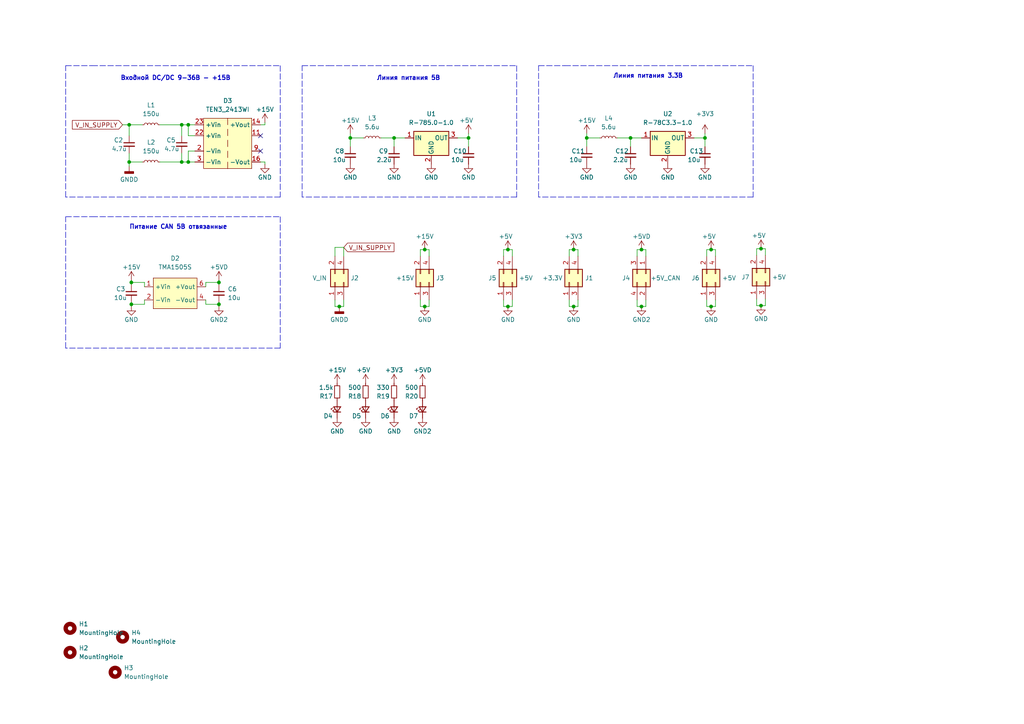
<source format=kicad_sch>
(kicad_sch (version 20211123) (generator eeschema)
  (paper "A4")
  (lib_symbols
    (symbol "Connector_Generic:Conn_02x02_Odd_Even" (pin_names (offset 1.016) hide)
      (property "Reference" "J" (at 1.27 2.54 0))
      (property "Value" "Conn_02x02_Odd_Even" (at 1.27 -5.08 0))
      (symbol "Conn_02x02_Odd_Even_1_1"
        (rectangle (start -1.27 -2.413) (end 0 -2.667) (stroke (width 0.1524)))
        (rectangle (start -1.27 0.127) (end 0 -0.127) (stroke (width 0.1524)))
        (rectangle (start -1.27 1.27) (end 3.81 -3.81) (stroke (width 0.254)) (fill (type background)))
        (rectangle (start 3.81 -2.413) (end 2.54 -2.667) (stroke (width 0.1524)))
        (rectangle (start 3.81 0.127) (end 2.54 -0.127) (stroke (width 0.1524)))
        (pin passive line (at -5.08 0 0) (length 3.81) (name "Pin_1") (number "1"))
        (pin passive line (at 7.62 0 180) (length 3.81) (name "Pin_2") (number "2"))
        (pin passive line (at -5.08 -2.54 0) (length 3.81) (name "Pin_3") (number "3"))
        (pin passive line (at 7.62 -2.54 180) (length 3.81) (name "Pin_4") (number "4"))
      )
    )
    (symbol "Device:C_Small" (pin_numbers hide) (pin_names (offset 0.254) hide)
      (property "Reference" "C" (at 0.254 1.778 0))
      (property "Value" "C_Small" (at 0.254 -2.032 0))
      (symbol "C_Small_0_1"
        (polyline (pts (xy -1.524 -0.508) (xy 1.524 -0.508)) (stroke (width 0.3302)))
        (polyline (pts (xy -1.524 0.508) (xy 1.524 0.508)) (stroke (width 0.3048)))
      )
      (symbol "C_Small_1_1"
        (pin passive line (at 0 2.54 270) (length 2.032) (name "~") (number "1"))
        (pin passive line (at 0 -2.54 90) (length 2.032) (name "~") (number "2"))
      )
    )
    (symbol "Device:LED_Small" (pin_numbers hide) (pin_names (offset 0.254) hide)
      (property "Reference" "D" (at -1.27 3.175 0))
      (property "Value" "LED_Small" (at -4.445 -2.54 0))
      (symbol "LED_Small_0_1"
        (polyline (pts (xy -0.762 -1.016) (xy -0.762 1.016)) (stroke (width 0.254)))
        (polyline (pts (xy 1.016 0) (xy -0.762 0)))
        (polyline (pts (xy 0.762 -1.016) (xy -0.762 0) (xy 0.762 1.016) (xy 0.762 -1.016)) (stroke (width 0.254)))
        (polyline (pts (xy 0 0.762) (xy -0.508 1.27) (xy -0.254 1.27) (xy -0.508 1.27) (xy -0.508 1.016)))
        (polyline (pts (xy 0.508 1.27) (xy 0 1.778) (xy 0.254 1.778) (xy 0 1.778) (xy 0 1.524)))
      )
      (symbol "LED_Small_1_1"
        (pin passive line (at -2.54 0 0) (length 1.778) (name "K") (number "1"))
        (pin passive line (at 2.54 0 180) (length 1.778) (name "A") (number "2"))
      )
    )
    (symbol "Device:L_Small" (pin_numbers hide) (pin_names (offset 0.254) hide)
      (property "Reference" "L" (at 0.762 1.016 0))
      (property "Value" "L_Small" (at 0.762 -1.016 0))
      (symbol "L_Small_0_1"
        (arc (start 0 -2.032) (mid 0.508 -1.524) (end 0 -1.016))
        (arc (start 0 -1.016) (mid 0.508 -0.508) (end 0 0))
        (arc (start 0 0) (mid 0.508 0.508) (end 0 1.016))
        (arc (start 0 1.016) (mid 0.508 1.524) (end 0 2.032))
      )
      (symbol "L_Small_1_1"
        (pin passive line (at 0 2.54 270) (length 0.508) (name "~") (number "1"))
        (pin passive line (at 0 -2.54 90) (length 0.508) (name "~") (number "2"))
      )
    )
    (symbol "Device:R_Small" (pin_numbers hide) (pin_names (offset 0.254) hide)
      (property "Reference" "R" (at 0.762 0.508 0))
      (property "Value" "R_Small" (at 0.762 -1.016 0))
      (symbol "R_Small_0_1"
        (rectangle (start -0.762 1.778) (end 0.762 -1.778) (stroke (width 0.2032)))
      )
      (symbol "R_Small_1_1"
        (pin passive line (at 0 2.54 270) (length 0.762) (name "~") (number "1"))
        (pin passive line (at 0 -2.54 90) (length 0.762) (name "~") (number "2"))
      )
    )
    (symbol "Mechanical:MountingHole" (pin_names (offset 1.016))
      (property "Reference" "H" (at 0 5.08 0))
      (property "Value" "MountingHole" (at 0 3.175 0))
      (symbol "MountingHole_0_1"
        (circle (center 0 0) (radius 1.27) (stroke (width 1.27)))
      )
    )
    (symbol "Regulator_Switching:R-785.0-1.0" (pin_names (offset 0.254))
      (property "Reference" "U" (at -3.81 3.175 0))
      (property "Value" "R-785.0-1.0" (at 0 3.175 0))
      (symbol "R-785.0-1.0_0_1"
        (rectangle (start -5.08 1.905) (end 5.08 -5.08) (stroke (width 0.254)) (fill (type background)))
      )
      (symbol "R-785.0-1.0_1_1"
        (pin power_in line (at -7.62 0 0) (length 2.54) (name "IN") (number "1"))
        (pin power_in line (at 0 -7.62 90) (length 2.54) (name "GND") (number "2"))
        (pin power_out line (at 7.62 0 180) (length 2.54) (name "OUT") (number "3"))
      )
    )
    (symbol "Regulator_Switching:R-78C3.3-1.0" (pin_names (offset 0.254))
      (property "Reference" "U" (at -3.81 3.175 0))
      (property "Value" "R-78C3.3-1.0" (at 0 3.175 0))
      (symbol "R-78C3.3-1.0_0_1"
        (rectangle (start -5.08 1.905) (end 5.08 -5.08) (stroke (width 0.254)) (fill (type background)))
      )
      (symbol "R-78C3.3-1.0_1_1"
        (pin power_in line (at -7.62 0 0) (length 2.54) (name "IN") (number "1"))
        (pin power_in line (at 0 -7.62 90) (length 2.54) (name "GND") (number "2"))
        (pin power_out line (at 7.62 0 180) (length 2.54) (name "OUT") (number "3"))
      )
    )
    (symbol "TRACO_My:TEN3_2413"
      (property "Reference" "D" (at 0 0 0))
      (property "Value" "TEN3_2413" (at 0 -1.905 0))
      (symbol "TEN3_2413_0_1"
        (rectangle (start -7.62 -3.81) (end 6.35 -18.415) (fill (type background)))
        (polyline (pts (xy -0.635 -16.51) (xy -0.635 -18.415)))
        (polyline (pts (xy -0.635 -13.335) (xy -0.635 -15.24)))
        (polyline (pts (xy -0.635 -10.16) (xy -0.635 -12.065)))
        (polyline (pts (xy -0.635 -6.985) (xy -0.635 -8.89)))
        (polyline (pts (xy -0.635 -3.81) (xy -0.635 -5.715)))
      )
      (symbol "TEN3_2413_1_1"
        (pin input line (at 8.89 -8.89 180) (length 2.54) (name "") (number "11"))
        (pin input line (at 8.89 -5.715 180) (length 2.54) (name "+Vout") (number "14"))
        (pin input line (at 8.89 -16.51 180) (length 2.54) (name "-Vout") (number "16"))
        (pin input line (at -10.16 -13.335 0) (length 2.54) (name "-Vin") (number "2"))
        (pin input line (at -10.16 -8.89 0) (length 2.54) (name "+Vin") (number "22"))
        (pin input line (at -10.16 -5.715 0) (length 2.54) (name "+Vin") (number "23"))
        (pin input line (at -10.16 -16.51 0) (length 2.54) (name "-Vin") (number "3"))
        (pin input line (at 8.89 -13.335 180) (length 2.54) (name "") (number "9"))
      )
    )
    (symbol "TRACO_My:TMA1505S"
      (property "Reference" "D" (at 0 0 0))
      (property "Value" "TMA1505S" (at 0 -2.54 0))
      (symbol "TMA1505S_0_1"
        (rectangle (start -6.35 -3.81) (end 6.35 -12.7) (fill (type background)))
      )
      (symbol "TMA1505S_1_1"
        (pin input line (at -8.89 -6.35 0) (length 2.54) (name "+Vin") (number "1"))
        (pin input line (at -8.89 -10.16 0) (length 2.54) (name "-Vin") (number "2"))
        (pin input line (at 8.89 -10.16 180) (length 2.54) (name "-Vout") (number "4"))
        (pin input line (at 8.89 -6.35 180) (length 2.54) (name "+Vout") (number "6"))
      )
    )
    (symbol "power:+15V" (power) (pin_names (offset 0))
      (property "Value" "+15V" (at 0 3.556 0))
      (symbol "+15V_0_1"
        (polyline (pts (xy -0.762 1.27) (xy 0 2.54)))
        (polyline (pts (xy 0 0) (xy 0 2.54)))
        (polyline (pts (xy 0 2.54) (xy 0.762 1.27)))
      )
      (symbol "+15V_1_1"
        (pin power_in line (at 0 0 90) (length 0) hide (name "+15V") (number "1"))
      )
    )
    (symbol "power:+3.3V" (power) (pin_names (offset 0))
      (property "Value" "+3.3V" (at 0 3.556 0))
      (symbol "+3.3V_0_1"
        (polyline (pts (xy -0.762 1.27) (xy 0 2.54)))
        (polyline (pts (xy 0 0) (xy 0 2.54)))
        (polyline (pts (xy 0 2.54) (xy 0.762 1.27)))
      )
      (symbol "+3.3V_1_1"
        (pin power_in line (at 0 0 90) (length 0) hide (name "+3V3") (number "1"))
      )
    )
    (symbol "power:+5V" (power) (pin_names (offset 0))
      (property "Value" "+5V" (at 0 3.556 0))
      (symbol "+5V_0_1"
        (polyline (pts (xy -0.762 1.27) (xy 0 2.54)))
        (polyline (pts (xy 0 0) (xy 0 2.54)))
        (polyline (pts (xy 0 2.54) (xy 0.762 1.27)))
      )
      (symbol "+5V_1_1"
        (pin power_in line (at 0 0 90) (length 0) hide (name "+5V") (number "1"))
      )
    )
    (symbol "power:+5VD" (power) (pin_names (offset 0))
      (property "Value" "+5VD" (at 0 3.556 0))
      (symbol "+5VD_0_1"
        (polyline (pts (xy -0.762 1.27) (xy 0 2.54)))
        (polyline (pts (xy 0 0) (xy 0 2.54)))
        (polyline (pts (xy 0 2.54) (xy 0.762 1.27)))
      )
      (symbol "+5VD_1_1"
        (pin power_in line (at 0 0 90) (length 0) hide (name "+5VD") (number "1"))
      )
    )
    (symbol "power:GND" (power) (pin_names (offset 0))
      (property "Value" "GND" (at 0 -3.81 0))
      (symbol "GND_0_1"
        (polyline (pts (xy 0 0) (xy 0 -1.27) (xy 1.27 -1.27) (xy 0 -2.54) (xy -1.27 -1.27) (xy 0 -1.27)))
      )
      (symbol "GND_1_1"
        (pin power_in line (at 0 0 270) (length 0) hide (name "GND") (number "1"))
      )
    )
    (symbol "power:GND2" (power) (pin_names (offset 0))
      (property "Value" "GND2" (at 0 -3.81 0))
      (symbol "GND2_0_1"
        (polyline (pts (xy 0 0) (xy 0 -1.27) (xy 1.27 -1.27) (xy 0 -2.54) (xy -1.27 -1.27) (xy 0 -1.27)))
      )
      (symbol "GND2_1_1"
        (pin power_in line (at 0 0 270) (length 0) hide (name "GND2") (number "1"))
      )
    )
    (symbol "power:GNDD" (power) (pin_names (offset 0))
      (property "Value" "GNDD" (at 0 -3.175 0))
      (symbol "GNDD_0_1"
        (rectangle (start -1.27 -1.524) (end 1.27 -2.032) (stroke (width 0.254)) (fill (type outline)))
        (polyline (pts (xy 0 0) (xy 0 -1.524)))
      )
      (symbol "GNDD_1_1"
        (pin power_in line (at 0 0 270) (length 0) hide (name "GNDD") (number "1"))
      )
    )
  )
  (junction (at 220.726 72.136))
  (junction (at 206.248 72.39))
  (junction (at 63.5 88.265))
  (junction (at 147.32 72.39))
  (junction (at 54.61 46.99))
  (junction (at 37.465 36.195))
  (junction (at 123.19 88.9))
  (junction (at 186.055 88.9))
  (junction (at 52.705 36.195))
  (junction (at 170.18 40.005))
  (junction (at 166.37 88.9))
  (junction (at 114.3 40.005))
  (junction (at 220.726 88.646))
  (junction (at 101.6 40.005))
  (junction (at 38.1 88.265))
  (junction (at 38.1 81.915))
  (junction (at 135.89 40.005))
  (junction (at 206.248 88.9))
  (junction (at 204.47 40.005))
  (junction (at 186.055 72.39))
  (junction (at 147.32 88.9))
  (junction (at 63.5 81.915))
  (junction (at 52.705 46.99))
  (junction (at 123.19 72.39))
  (junction (at 166.37 72.39))
  (junction (at 54.61 36.195))
  (junction (at 182.88 40.005))
  (junction (at 37.465 46.99))
  (junction (at 98.425 88.9))
  (no_connect (at 75.565 43.815))
  (no_connect (at 75.565 39.37))
  (wire (pts (xy 37.465 46.99) (xy 37.465 48.26)))
  (wire (pts (xy 37.465 44.45) (xy 37.465 46.99)))
  (wire (pts (xy 52.705 39.37) (xy 52.705 36.195)))
  (polyline (pts (xy 87.63 57.15) (xy 87.63 19.05)))
  (wire (pts (xy 166.37 72.39) (xy 167.64 72.39)))
  (wire (pts (xy 121.92 88.9) (xy 123.19 88.9)))
  (wire (pts (xy 219.456 72.136) (xy 220.726 72.136)))
  (wire (pts (xy 46.355 46.99) (xy 52.705 46.99)))
  (wire (pts (xy 221.996 72.136) (xy 220.726 72.136)))
  (wire (pts (xy 99.695 88.9) (xy 98.425 88.9)))
  (wire (pts (xy 187.325 74.295) (xy 187.325 72.39)))
  (polyline (pts (xy 19.05 62.865) (xy 26.67 62.865)))
  (wire (pts (xy 219.456 74.041) (xy 219.456 72.136)))
  (polyline (pts (xy 87.63 19.05) (xy 95.25 19.05)))
  (wire (pts (xy 204.978 74.295) (xy 204.978 72.39)))
  (wire (pts (xy 121.92 86.995) (xy 121.92 88.9)))
  (wire (pts (xy 37.465 36.195) (xy 37.465 39.37)))
  (wire (pts (xy 182.88 40.005) (xy 182.88 42.545)))
  (wire (pts (xy 221.996 86.741) (xy 221.996 88.646)))
  (wire (pts (xy 207.518 86.995) (xy 207.518 88.9)))
  (wire (pts (xy 204.47 40.005) (xy 204.47 42.545)))
  (wire (pts (xy 135.89 40.005) (xy 135.89 42.545)))
  (wire (pts (xy 184.785 74.295) (xy 184.785 72.39)))
  (wire (pts (xy 187.325 86.995) (xy 187.325 88.9)))
  (wire (pts (xy 132.715 40.005) (xy 135.89 40.005)))
  (wire (pts (xy 75.565 46.99) (xy 76.835 46.99)))
  (wire (pts (xy 59.69 81.915) (xy 59.69 83.185)))
  (wire (pts (xy 110.49 40.005) (xy 114.3 40.005)))
  (wire (pts (xy 97.155 74.295) (xy 97.155 71.755)))
  (wire (pts (xy 54.61 46.99) (xy 56.515 46.99)))
  (wire (pts (xy 76.835 36.195) (xy 76.835 35.56)))
  (wire (pts (xy 123.19 72.39) (xy 124.46 72.39)))
  (polyline (pts (xy 81.28 19.05) (xy 81.28 57.15)))
  (wire (pts (xy 186.055 40.005) (xy 182.88 40.005)))
  (wire (pts (xy 179.07 40.005) (xy 182.88 40.005)))
  (wire (pts (xy 146.05 74.295) (xy 146.05 72.39)))
  (wire (pts (xy 37.465 36.195) (xy 41.275 36.195)))
  (wire (pts (xy 37.465 46.99) (xy 41.275 46.99)))
  (wire (pts (xy 41.91 86.995) (xy 41.91 88.265)))
  (wire (pts (xy 99.695 86.995) (xy 99.695 88.9)))
  (wire (pts (xy 54.61 43.815) (xy 54.61 46.99)))
  (polyline (pts (xy 163.83 19.05) (xy 218.44 19.05)))
  (wire (pts (xy 121.92 74.295) (xy 121.92 72.39)))
  (wire (pts (xy 207.518 72.39) (xy 206.248 72.39)))
  (wire (pts (xy 148.59 72.39) (xy 147.32 72.39)))
  (wire (pts (xy 165.1 72.39) (xy 166.37 72.39)))
  (wire (pts (xy 97.155 88.9) (xy 98.425 88.9)))
  (wire (pts (xy 41.91 81.915) (xy 38.1 81.915)))
  (wire (pts (xy 97.155 86.995) (xy 97.155 88.9)))
  (wire (pts (xy 148.59 88.9) (xy 147.32 88.9)))
  (wire (pts (xy 207.518 74.295) (xy 207.518 72.39)))
  (wire (pts (xy 186.055 88.9) (xy 187.325 88.9)))
  (wire (pts (xy 38.1 87.63) (xy 38.1 88.265)))
  (polyline (pts (xy 81.28 100.965) (xy 19.05 100.965)))
  (wire (pts (xy 56.515 43.815) (xy 54.61 43.815)))
  (wire (pts (xy 146.05 72.39) (xy 147.32 72.39)))
  (wire (pts (xy 221.996 74.041) (xy 221.996 72.136)))
  (wire (pts (xy 52.705 36.195) (xy 54.61 36.195)))
  (wire (pts (xy 219.456 86.741) (xy 219.456 88.646)))
  (wire (pts (xy 105.41 40.005) (xy 101.6 40.005)))
  (wire (pts (xy 114.3 40.005) (xy 114.3 42.545)))
  (polyline (pts (xy 19.05 57.15) (xy 19.05 19.05)))
  (wire (pts (xy 63.5 87.63) (xy 63.5 88.265)))
  (wire (pts (xy 59.69 81.915) (xy 63.5 81.915)))
  (wire (pts (xy 101.6 38.735) (xy 101.6 40.005)))
  (wire (pts (xy 99.695 71.755) (xy 97.155 71.755)))
  (wire (pts (xy 63.5 88.265) (xy 63.5 88.9)))
  (wire (pts (xy 41.91 83.185) (xy 41.91 81.915)))
  (wire (pts (xy 52.705 44.45) (xy 52.705 46.99)))
  (polyline (pts (xy 26.67 19.05) (xy 81.28 19.05)))
  (wire (pts (xy 41.91 88.265) (xy 38.1 88.265)))
  (wire (pts (xy 170.18 40.005) (xy 170.18 42.545)))
  (wire (pts (xy 207.518 88.9) (xy 206.248 88.9)))
  (wire (pts (xy 170.18 38.735) (xy 170.18 40.005)))
  (wire (pts (xy 221.996 88.646) (xy 220.726 88.646)))
  (wire (pts (xy 204.978 86.995) (xy 204.978 88.9)))
  (wire (pts (xy 54.61 36.195) (xy 56.515 36.195)))
  (wire (pts (xy 146.05 86.995) (xy 146.05 88.9)))
  (wire (pts (xy 167.64 74.295) (xy 167.64 72.39)))
  (wire (pts (xy 165.1 74.295) (xy 165.1 72.39)))
  (polyline (pts (xy 19.05 19.05) (xy 26.67 19.05)))
  (wire (pts (xy 59.69 86.995) (xy 59.69 88.265)))
  (polyline (pts (xy 218.44 57.15) (xy 156.21 57.15)))
  (polyline (pts (xy 149.86 57.15) (xy 87.63 57.15)))
  (wire (pts (xy 173.99 40.005) (xy 170.18 40.005)))
  (wire (pts (xy 99.695 74.295) (xy 99.695 71.755)))
  (wire (pts (xy 204.978 72.39) (xy 206.248 72.39)))
  (polyline (pts (xy 218.44 19.05) (xy 218.44 57.15)))
  (wire (pts (xy 124.46 88.9) (xy 123.19 88.9)))
  (wire (pts (xy 38.1 81.28) (xy 38.1 81.915)))
  (wire (pts (xy 101.6 40.005) (xy 101.6 42.545)))
  (wire (pts (xy 121.92 72.39) (xy 123.19 72.39)))
  (wire (pts (xy 165.1 88.9) (xy 166.37 88.9)))
  (wire (pts (xy 52.705 46.99) (xy 54.61 46.99)))
  (polyline (pts (xy 156.21 19.05) (xy 163.83 19.05)))
  (wire (pts (xy 59.69 88.265) (xy 63.5 88.265)))
  (wire (pts (xy 148.59 86.995) (xy 148.59 88.9)))
  (wire (pts (xy 167.64 88.9) (xy 166.37 88.9)))
  (wire (pts (xy 135.89 38.735) (xy 135.89 40.005)))
  (wire (pts (xy 124.46 86.995) (xy 124.46 88.9)))
  (wire (pts (xy 35.56 36.195) (xy 37.465 36.195)))
  (wire (pts (xy 184.785 88.9) (xy 186.055 88.9)))
  (wire (pts (xy 54.61 39.37) (xy 54.61 36.195)))
  (wire (pts (xy 167.64 86.995) (xy 167.64 88.9)))
  (wire (pts (xy 219.456 88.646) (xy 220.726 88.646)))
  (polyline (pts (xy 81.28 62.865) (xy 81.28 100.965)))
  (wire (pts (xy 63.5 81.28) (xy 63.5 81.915)))
  (wire (pts (xy 184.785 86.995) (xy 184.785 88.9)))
  (wire (pts (xy 124.46 72.39) (xy 124.46 74.295)))
  (polyline (pts (xy 19.05 100.965) (xy 19.05 62.865)))
  (wire (pts (xy 46.355 36.195) (xy 52.705 36.195)))
  (wire (pts (xy 38.1 88.265) (xy 38.1 88.9)))
  (polyline (pts (xy 156.21 57.15) (xy 156.21 19.05)))
  (wire (pts (xy 117.475 40.005) (xy 114.3 40.005)))
  (wire (pts (xy 204.978 88.9) (xy 206.248 88.9)))
  (wire (pts (xy 201.295 40.005) (xy 204.47 40.005)))
  (wire (pts (xy 38.1 81.915) (xy 38.1 82.55)))
  (wire (pts (xy 76.835 46.99) (xy 76.835 47.625)))
  (wire (pts (xy 184.785 72.39) (xy 186.055 72.39)))
  (polyline (pts (xy 81.28 57.15) (xy 19.05 57.15)))
  (wire (pts (xy 146.05 88.9) (xy 147.32 88.9)))
  (polyline (pts (xy 95.25 19.05) (xy 149.86 19.05)))
  (wire (pts (xy 148.59 74.295) (xy 148.59 72.39)))
  (polyline (pts (xy 26.67 62.865) (xy 81.28 62.865)))
  (wire (pts (xy 56.515 39.37) (xy 54.61 39.37)))
  (wire (pts (xy 204.47 38.735) (xy 204.47 40.005)))
  (polyline (pts (xy 149.86 19.05) (xy 149.86 57.15)))
  (wire (pts (xy 165.1 86.995) (xy 165.1 88.9)))
  (wire (pts (xy 63.5 81.915) (xy 63.5 82.55)))
  (wire (pts (xy 75.565 36.195) (xy 76.835 36.195)))
  (wire (pts (xy 186.055 72.39) (xy 187.325 72.39)))
  (text "Питание CAN 5В отвязанные" (at 37.465 66.675 0) (effects (font (size 1.27 1.27) (thickness 0.254) bold) (justify left bottom)))
  (text "Входной DC/DC 9-36В - +15В" (at 34.925 23.495 0) (effects (font (size 1.27 1.27) (thickness 0.254) bold) (justify left bottom)))
  (text "Линия питания 3.3В\n" (at 177.8 22.86 0) (effects (font (size 1.27 1.27) (thickness 0.254) bold) (justify left bottom)))
  (text "Линия питания 5В" (at 109.22 23.495 0) (effects (font (size 1.27 1.27) (thickness 0.254) bold) (justify left bottom)))
  (global_label "V_IN_SUPPLY" (shape input) (at 35.56 36.195 180) (property "Intersheet References" "${INTERSHEET_REFS}" (effects hide)))
  (global_label "V_IN_SUPPLY" (shape input) (at 99.695 71.755 0) (property "Intersheet References" "${INTERSHEET_REFS}" (effects hide)))
  (symbol (lib_id "Device:R_Small") (at 114.3 113.665 0) (unit 1)
    (property "Reference" "R19" (at 111.125 114.935 0))
    (property "Value" "330" (at 111.125 112.395 0))
    (property "Footprint" "Resistor_SMD:R_0805_2012Metric_Pad1.20x1.40mm_HandSolder" (effects hide))
  )
  (symbol (lib_id "power:+15V") (at 170.18 38.735 0) (unit 1)
    (property "Reference" "#PWR039" (effects hide))
    (property "Value" "+15V" (at 170.18 34.925 0))
  )
  (symbol (lib_id "power:+5VD") (at 186.055 72.39 0) (unit 1)
    (property "Reference" "#PWR0107" (effects hide))
    (property "Value" "+5VD" (at 186.055 68.58 0))
  )
  (symbol (lib_id "power:GND") (at 170.18 47.625 0) (unit 1)
    (property "Reference" "#PWR042" (effects hide))
    (property "Value" "GND" (at 170.18 51.435 0))
  )
  (symbol (lib_id "power:+5VD") (at 122.555 111.125 0) (unit 1)
    (property "Reference" "#PWR062" (effects hide))
    (property "Value" "+5VD" (at 122.555 107.315 0))
  )
  (symbol (lib_id "Connector_Generic:Conn_02x02_Odd_Even") (at 187.325 79.375 270) (unit 1)
    (property "Reference" "J4" (at 181.61 80.645 90))
    (property "Value" "+5V_CAN" (at 193.04 80.645 90))
    (property "Footprint" "Connector_Molex:Molex_Micro-Fit_3.0_43045-0400_2x02_P3.00mm_Horizontal" (effects hide))
  )
  (symbol (lib_id "power:GND") (at 38.1 88.9 0) (unit 1)
    (property "Reference" "#PWR022" (effects hide))
    (property "Value" "GND" (at 38.1 92.71 0))
  )
  (symbol (lib_id "power:GND") (at 135.89 47.625 0) (unit 1)
    (property "Reference" "#PWR038" (effects hide))
    (property "Value" "GND" (at 135.89 51.435 0))
  )
  (symbol (lib_id "power:+5V") (at 147.32 72.39 0) (unit 1)
    (property "Reference" "#PWR0104" (effects hide))
    (property "Value" "+5V" (at 146.685 68.58 0))
  )
  (symbol (lib_id "power:+3.3V") (at 166.37 72.39 0) (unit 1)
    (property "Reference" "#PWR0108" (effects hide))
    (property "Value" "+3.3V" (at 166.37 68.58 0))
  )
  (symbol (lib_id "Device:LED_Small") (at 106.045 118.745 90) (unit 1)
    (property "Reference" "D5" (at 104.775 120.65 90) (effects (justify left)))
    (property "Value" "+5V" (effects hide))
    (property "Footprint" "LED_SMD:LED_0805_2012Metric_Pad1.15x1.40mm_HandSolder" (effects hide))
  )
  (symbol (lib_id "power:GND") (at 114.3 47.625 0) (unit 1)
    (property "Reference" "#PWR033" (effects hide))
    (property "Value" "GND" (at 114.3 51.435 0))
  )
  (symbol (lib_id "power:+15V") (at 97.79 111.125 0) (unit 1)
    (property "Reference" "#PWR056" (effects hide))
    (property "Value" "+15V" (at 97.79 107.315 0))
  )
  (symbol (lib_id "Regulator_Switching:R-785.0-1.0") (at 125.095 40.005 0) (unit 1)
    (property "Reference" "U1" (at 125.095 33.02 0))
    (property "Value" "R-785.0-1.0" (at 125.095 35.56 0))
    (property "Footprint" "Converter_DCDC:Converter_DCDC_RECOM_R-78E-0.5_THT" (effects hide))
    (property "Datasheet" "https://www.recom-power.com/pdf/Innoline/R-78xx-1.0.pdf" (effects hide))
  )
  (symbol (lib_id "Device:C_Small") (at 52.705 41.91 0) (unit 1)
    (property "Reference" "C5" (at 48.26 40.64 0) (effects (justify left)))
    (property "Value" "4.7u" (at 47.625 43.18 0) (effects (justify left)))
    (property "Footprint" "Capacitor_SMD:C_1210_3225Metric_Pad1.33x2.70mm_HandSolder" (effects hide))
  )
  (symbol (lib_id "power:+3.3V") (at 204.47 38.735 0) (unit 1)
    (property "Reference" "#PWR045" (effects hide))
    (property "Value" "+3.3V" (at 204.47 33.02 0))
  )
  (symbol (lib_id "Device:L_Small") (at 107.95 40.005 90) (unit 1)
    (property "Reference" "L3" (at 107.95 34.29 90))
    (property "Value" "5.6u" (at 107.95 36.83 90))
    (property "Footprint" "Inductor_SMD:L_1210_3225Metric_Pad1.42x2.65mm_HandSolder" (effects hide))
  )
  (symbol (lib_id "power:+15V") (at 76.835 35.56 0) (unit 1)
    (property "Reference" "#PWR027" (effects hide))
    (property "Value" "+15V" (at 76.835 31.75 0))
  )
  (symbol (lib_id "Mechanical:MountingHole") (at 20.32 189.23 0) (unit 1)
    (property "Reference" "H2" (at 22.86 187.9599 0) (effects (justify left)))
    (property "Value" "MountingHole" (at 22.86 190.4999 0) (effects (justify left)))
    (property "Footprint" "MountingHole:MountingHole_3.2mm_M3" (effects hide))
  )
  (symbol (lib_id "Device:R_Small") (at 122.555 113.665 0) (unit 1)
    (property "Reference" "R20" (at 119.38 114.935 0))
    (property "Value" "500" (at 119.38 112.395 0))
    (property "Footprint" "Resistor_SMD:R_0805_2012Metric_Pad1.20x1.40mm_HandSolder" (effects hide))
  )
  (symbol (lib_id "power:GND2") (at 122.555 121.285 0) (unit 1)
    (property "Reference" "#PWR063" (effects hide))
    (property "Value" "GND2" (at 122.555 125.095 0))
  )
  (symbol (lib_id "power:+5V") (at 206.248 72.39 0) (unit 1)
    (property "Reference" "#PWR01" (effects hide))
    (property "Value" "+5V" (at 205.613 68.58 0))
  )
  (symbol (lib_id "Device:C_Small") (at 204.47 45.085 0) (unit 1)
    (property "Reference" "C13" (at 200.025 43.815 0) (effects (justify left)))
    (property "Value" "10u" (at 199.39 46.355 0) (effects (justify left)))
    (property "Footprint" "Capacitor_SMD:C_1210_3225Metric_Pad1.33x2.70mm_HandSolder" (effects hide))
  )
  (symbol (lib_id "power:GND") (at 182.88 47.625 0) (unit 1)
    (property "Reference" "#PWR043" (effects hide))
    (property "Value" "GND" (at 182.88 51.435 0))
  )
  (symbol (lib_id "power:+5V") (at 135.89 38.735 0) (unit 1)
    (property "Reference" "#PWR035" (effects hide))
    (property "Value" "+5V" (at 135.255 34.925 0))
  )
  (symbol (lib_id "Device:R_Small") (at 97.79 113.665 0) (unit 1)
    (property "Reference" "R17" (at 94.615 114.935 0))
    (property "Value" "1.5k" (at 94.615 112.395 0))
    (property "Footprint" "Resistor_SMD:R_0805_2012Metric_Pad1.20x1.40mm_HandSolder" (effects hide))
  )
  (symbol (lib_id "power:+5V") (at 220.726 72.136 0) (unit 1)
    (property "Reference" "#PWR03" (effects hide))
    (property "Value" "+5V" (at 220.091 68.326 0))
  )
  (symbol (lib_id "power:GND") (at 97.79 121.285 0) (unit 1)
    (property "Reference" "#PWR057" (effects hide))
    (property "Value" "GND" (at 97.79 125.095 0))
  )
  (symbol (lib_id "power:GND2") (at 186.055 88.9 0) (unit 1)
    (property "Reference" "#PWR0109" (effects hide))
    (property "Value" "GND2" (at 186.055 92.71 0))
  )
  (symbol (lib_id "power:GND2") (at 63.5 88.9 0) (unit 1)
    (property "Reference" "#PWR026" (effects hide))
    (property "Value" "GND2" (at 63.5 92.71 0))
  )
  (symbol (lib_id "Mechanical:MountingHole") (at 35.56 184.785 0) (unit 1)
    (property "Reference" "H4" (at 38.1 183.5149 0) (effects (justify left)))
    (property "Value" "MountingHole" (at 38.1 186.0549 0) (effects (justify left)))
    (property "Footprint" "MountingHole:MountingHole_3.2mm_M3" (effects hide))
  )
  (symbol (lib_id "power:GNDD") (at 98.425 88.9 0) (unit 1)
    (property "Reference" "#PWR0101" (effects hide))
    (property "Value" "GNDD" (at 98.425 92.71 0))
  )
  (symbol (lib_id "Connector_Generic:Conn_02x02_Odd_Even") (at 97.155 81.915 90) (unit 1)
    (property "Reference" "J2" (at 102.87 80.645 90))
    (property "Value" "V_IN" (at 92.71 80.645 90))
    (property "Footprint" "Connector_Molex:Molex_Micro-Fit_3.0_43045-0400_2x02_P3.00mm_Horizontal" (effects hide))
  )
  (symbol (lib_id "Device:C_Small") (at 63.5 85.09 0) (unit 1)
    (property "Reference" "C6" (at 66.04 83.8262 0) (effects (justify left)))
    (property "Value" "10u" (at 66.04 86.3662 0) (effects (justify left)))
    (property "Footprint" "Capacitor_SMD:C_1210_3225Metric_Pad1.33x2.70mm_HandSolder" (effects hide))
  )
  (symbol (lib_id "Connector_Generic:Conn_02x02_Odd_Even") (at 219.456 81.661 90) (unit 1)
    (property "Reference" "J7" (at 215.011 80.391 90) (effects (justify right)))
    (property "Value" "+5V" (at 223.901 80.391 90) (effects (justify right)))
    (property "Footprint" "Connector_Molex:Molex_Micro-Fit_3.0_43045-0400_2x02_P3.00mm_Horizontal" (effects hide))
  )
  (symbol (lib_id "Device:LED_Small") (at 97.79 118.745 90) (unit 1)
    (property "Reference" "D4" (at 96.52 120.65 90) (effects (justify left)))
    (property "Value" "+15V" (effects hide))
    (property "Footprint" "LED_SMD:LED_0805_2012Metric_Pad1.15x1.40mm_HandSolder" (effects hide))
  )
  (symbol (lib_id "Connector_Generic:Conn_02x02_Odd_Even") (at 121.92 81.915 90) (unit 1)
    (property "Reference" "J3" (at 127.635 80.645 90))
    (property "Value" "+15V" (at 117.475 80.645 90))
    (property "Footprint" "Connector_Molex:Molex_Micro-Fit_3.0_43045-0400_2x02_P3.00mm_Horizontal" (effects hide))
  )
  (symbol (lib_id "Device:C_Small") (at 37.465 41.91 0) (unit 1)
    (property "Reference" "C2" (at 33.02 40.64 0) (effects (justify left)))
    (property "Value" "4.7u" (at 32.385 43.18 0) (effects (justify left)))
    (property "Footprint" "Capacitor_SMD:C_1210_3225Metric_Pad1.33x2.70mm_HandSolder" (effects hide))
  )
  (symbol (lib_id "Device:R_Small") (at 106.045 113.665 0) (unit 1)
    (property "Reference" "R18" (at 102.87 114.935 0))
    (property "Value" "500" (at 102.87 112.395 0))
    (property "Footprint" "Resistor_SMD:R_0805_2012Metric_Pad1.20x1.40mm_HandSolder" (effects hide))
  )
  (symbol (lib_id "Mechanical:MountingHole") (at 33.3996 194.9851 0) (unit 1)
    (property "Reference" "H3" (at 35.9396 193.715 0) (effects (justify left)))
    (property "Value" "MountingHole" (at 35.9396 196.255 0) (effects (justify left)))
    (property "Footprint" "MountingHole:MountingHole_3.2mm_M3" (effects hide))
  )
  (symbol (lib_id "Mechanical:MountingHole") (at 20.32 182.245 0) (unit 1)
    (property "Reference" "H1" (at 22.86 180.9749 0) (effects (justify left)))
    (property "Value" "MountingHole" (at 22.86 183.5149 0) (effects (justify left)))
    (property "Footprint" "MountingHole:MountingHole_3.2mm_M3" (effects hide))
  )
  (symbol (lib_id "power:+15V") (at 38.1 81.28 0) (unit 1)
    (property "Reference" "#PWR021" (effects hide))
    (property "Value" "+15V" (at 38.1 77.47 0))
  )
  (symbol (lib_id "Device:C_Small") (at 135.89 45.085 0) (unit 1)
    (property "Reference" "C10" (at 131.445 43.815 0) (effects (justify left)))
    (property "Value" "10u" (at 130.81 46.355 0) (effects (justify left)))
    (property "Footprint" "Capacitor_SMD:C_1210_3225Metric_Pad1.33x2.70mm_HandSolder" (effects hide))
  )
  (symbol (lib_id "power:+15V") (at 123.19 72.39 0) (unit 1)
    (property "Reference" "#PWR0103" (effects hide))
    (property "Value" "+15V" (at 123.19 68.58 0))
  )
  (symbol (lib_id "Device:LED_Small") (at 114.3 118.745 90) (unit 1)
    (property "Reference" "D6" (at 113.03 120.65 90) (effects (justify left)))
    (property "Value" "3.3V" (effects hide))
    (property "Footprint" "LED_SMD:LED_0805_2012Metric_Pad1.15x1.40mm_HandSolder" (effects hide))
  )
  (symbol (lib_id "Connector_Generic:Conn_02x02_Odd_Even") (at 165.1 81.915 90) (unit 1)
    (property "Reference" "J1" (at 172.085 80.645 90) (effects (justify left)))
    (property "Value" "+3.3V" (at 163.195 80.645 90) (effects (justify left)))
    (property "Footprint" "Connector_Molex:Molex_Micro-Fit_3.0_43045-0400_2x02_P3.00mm_Horizontal" (effects hide))
  )
  (symbol (lib_id "power:GNDD") (at 37.465 48.26 0) (unit 1)
    (property "Reference" "#PWR020" (effects hide))
    (property "Value" "GNDD" (at 37.465 52.07 0))
  )
  (symbol (lib_id "power:+5VD") (at 63.5 81.28 0) (unit 1)
    (property "Reference" "#PWR023" (effects hide))
    (property "Value" "+5VD" (at 63.5 77.47 0))
  )
  (symbol (lib_id "Device:C_Small") (at 170.18 45.085 0) (unit 1)
    (property "Reference" "C11" (at 165.735 43.815 0) (effects (justify left)))
    (property "Value" "10u" (at 165.1 46.355 0) (effects (justify left)))
    (property "Footprint" "Capacitor_SMD:C_1210_3225Metric_Pad1.33x2.70mm_HandSolder" (effects hide))
  )
  (symbol (lib_id "TRACO_My:TEN3_2413") (at 66.675 30.48 0) (unit 1)
    (property "Reference" "D3" (at 66.04 29.21 0))
    (property "Value" "TEN3_2413WI" (at 66.04 31.75 0))
    (property "Footprint" "TRACO_My:TEN3_2413" (effects hide))
  )
  (symbol (lib_id "power:GND") (at 76.835 47.625 0) (unit 1)
    (property "Reference" "#PWR028" (effects hide))
    (property "Value" "GND" (at 76.835 51.435 0))
  )
  (symbol (lib_id "Connector_Generic:Conn_02x02_Odd_Even") (at 146.05 81.915 90) (unit 1)
    (property "Reference" "J5" (at 141.605 80.645 90) (effects (justify right)))
    (property "Value" "+5V" (at 150.495 80.645 90) (effects (justify right)))
    (property "Footprint" "Connector_Molex:Molex_Micro-Fit_3.0_43045-0400_2x02_P3.00mm_Horizontal" (effects hide))
  )
  (symbol (lib_id "Device:L_Small") (at 176.53 40.005 90) (unit 1)
    (property "Reference" "L4" (at 176.53 34.29 90))
    (property "Value" "5.6u" (at 176.53 36.83 90))
    (property "Footprint" "Inductor_SMD:L_1210_3225Metric_Pad1.42x2.65mm_HandSolder" (effects hide))
  )
  (symbol (lib_id "Device:LED_Small") (at 122.555 118.745 90) (unit 1)
    (property "Reference" "D7" (at 121.285 120.65 90) (effects (justify left)))
    (property "Value" "+5V_CAN" (effects hide))
    (property "Footprint" "LED_SMD:LED_0805_2012Metric_Pad1.15x1.40mm_HandSolder" (effects hide))
  )
  (symbol (lib_id "power:GND") (at 193.675 47.625 0) (unit 1)
    (property "Reference" "#PWR044" (effects hide))
    (property "Value" "GND" (at 193.675 51.435 0))
  )
  (symbol (lib_id "Connector_Generic:Conn_02x02_Odd_Even") (at 204.978 81.915 90) (unit 1)
    (property "Reference" "J6" (at 200.533 80.645 90) (effects (justify right)))
    (property "Value" "+5V" (at 209.423 80.645 90) (effects (justify right)))
    (property "Footprint" "Connector_Molex:Molex_Micro-Fit_3.0_43045-0400_2x02_P3.00mm_Horizontal" (effects hide))
  )
  (symbol (lib_id "power:GND") (at 220.726 88.646 0) (unit 1)
    (property "Reference" "#PWR04" (effects hide))
    (property "Value" "GND" (at 220.726 92.456 0))
  )
  (symbol (lib_id "Device:C_Small") (at 182.88 45.085 0) (unit 1)
    (property "Reference" "C12" (at 178.435 43.815 0) (effects (justify left)))
    (property "Value" "2.2u" (at 177.8 46.355 0) (effects (justify left)))
    (property "Footprint" "Capacitor_SMD:C_1210_3225Metric_Pad1.33x2.70mm_HandSolder" (effects hide))
  )
  (symbol (lib_id "TRACO_My:TMA1505S") (at 50.8 76.835 0) (unit 1)
    (property "Reference" "D2" (at 50.8 74.93 0))
    (property "Value" "TMA1505S" (at 50.8 77.47 0))
    (property "Footprint" "TRACO_My:TMA1505S" (effects hide))
  )
  (symbol (lib_id "power:GND") (at 204.47 47.625 0) (unit 1)
    (property "Reference" "#PWR046" (effects hide))
    (property "Value" "GND" (at 204.47 51.435 0))
  )
  (symbol (lib_id "power:GND") (at 114.3 121.285 0) (unit 1)
    (property "Reference" "#PWR061" (effects hide))
    (property "Value" "GND" (at 114.3 125.095 0))
  )
  (symbol (lib_id "power:GND") (at 147.32 88.9 0) (unit 1)
    (property "Reference" "#PWR0105" (effects hide))
    (property "Value" "GND" (at 147.32 92.71 0))
  )
  (symbol (lib_id "Device:C_Small") (at 38.1 85.09 0) (unit 1)
    (property "Reference" "C3" (at 33.655 83.82 0) (effects (justify left)))
    (property "Value" "10u" (at 33.02 86.36 0) (effects (justify left)))
    (property "Footprint" "Capacitor_SMD:C_1210_3225Metric_Pad1.33x2.70mm_HandSolder" (effects hide))
  )
  (symbol (lib_id "power:GND") (at 125.095 47.625 0) (unit 1)
    (property "Reference" "#PWR034" (effects hide))
    (property "Value" "GND" (at 125.095 51.435 0))
  )
  (symbol (lib_id "power:GND") (at 166.37 88.9 0) (unit 1)
    (property "Reference" "#PWR0106" (effects hide))
    (property "Value" "GND" (at 166.37 92.71 0))
  )
  (symbol (lib_id "Regulator_Switching:R-78C3.3-1.0") (at 193.675 40.005 0) (unit 1)
    (property "Reference" "U2" (at 193.675 33.02 0))
    (property "Value" "R-78C3.3-1.0" (at 193.675 35.56 0))
    (property "Footprint" "Converter_DCDC:Converter_DCDC_RECOM_R-78E-0.5_THT" (effects hide))
    (property "Datasheet" "https://www.recom-power.com/pdf/Innoline/R-78Cxx-1.0.pdf" (effects hide))
  )
  (symbol (lib_id "power:GND") (at 106.045 121.285 0) (unit 1)
    (property "Reference" "#PWR059" (effects hide))
    (property "Value" "GND" (at 106.045 125.095 0))
  )
  (symbol (lib_id "power:+5V") (at 106.045 111.125 0) (unit 1)
    (property "Reference" "#PWR058" (effects hide))
    (property "Value" "+5V" (at 105.41 107.315 0))
  )
  (symbol (lib_id "power:GND") (at 123.19 88.9 0) (unit 1)
    (property "Reference" "#PWR0102" (effects hide))
    (property "Value" "GND" (at 123.19 92.71 0))
  )
  (symbol (lib_id "Device:L_Small") (at 43.815 36.195 90) (unit 1)
    (property "Reference" "L1" (at 43.815 30.48 90))
    (property "Value" "150u" (at 43.815 33.02 90))
    (property "Footprint" "Inductor_SMD:L_1812_4532Metric_Pad1.30x3.40mm_HandSolder" (effects hide))
  )
  (symbol (lib_id "power:GND") (at 101.6 47.625 0) (unit 1)
    (property "Reference" "#PWR032" (effects hide))
    (property "Value" "GND" (at 101.6 51.435 0))
  )
  (symbol (lib_id "power:+3.3V") (at 114.3 111.125 0) (unit 1)
    (property "Reference" "#PWR060" (effects hide))
    (property "Value" "+3.3V" (at 114.3 107.315 0))
  )
  (symbol (lib_id "Device:L_Small") (at 43.815 46.99 90) (unit 1)
    (property "Reference" "L2" (at 43.815 41.275 90))
    (property "Value" "150u" (at 43.815 43.815 90))
    (property "Footprint" "Inductor_SMD:L_1812_4532Metric_Pad1.30x3.40mm_HandSolder" (effects hide))
  )
  (symbol (lib_id "power:+15V") (at 101.6 38.735 0) (unit 1)
    (property "Reference" "#PWR029" (effects hide))
    (property "Value" "+15V" (at 101.6 34.925 0))
  )
  (symbol (lib_id "Device:C_Small") (at 101.6 45.085 0) (unit 1)
    (property "Reference" "C8" (at 97.155 43.815 0) (effects (justify left)))
    (property "Value" "10u" (at 96.52 46.355 0) (effects (justify left)))
    (property "Footprint" "Capacitor_SMD:C_1210_3225Metric_Pad1.33x2.70mm_HandSolder" (effects hide))
  )
  (symbol (lib_id "power:GND") (at 206.248 88.9 0) (unit 1)
    (property "Reference" "#PWR02" (effects hide))
    (property "Value" "GND" (at 206.248 92.71 0))
  )
  (symbol (lib_id "Device:C_Small") (at 114.3 45.085 0) (unit 1)
    (property "Reference" "C9" (at 109.855 43.815 0) (effects (justify left)))
    (property "Value" "2.2u" (at 109.22 46.355 0) (effects (justify left)))
    (property "Footprint" "Capacitor_SMD:C_1210_3225Metric_Pad1.33x2.70mm_HandSolder" (effects hide))
  )
)
</source>
